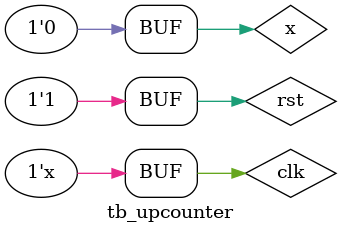
<source format=v>
`timescale 1ns / 1ps


module tb_upcounter();

reg clk, rst;
reg x;
wire[1:0] state;

upcounter tb(.clk(clk), .rst(rst), .x(x), .state(state));

initial begin
    rst=0; clk=0; x=0; #10
    rst=1; x=1; #10
    x=0;#10
    x=1;#10
    x=0;#10
    x=1;#10
    x=0;#10
    x=1;#10
    x=0;
end
always #5 clk <= ~clk;
endmodule

</source>
